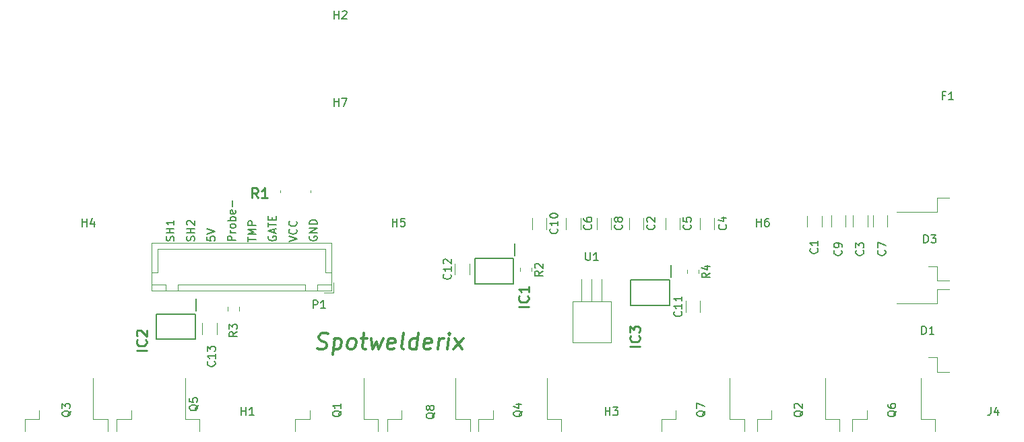
<source format=gbr>
%TF.GenerationSoftware,KiCad,Pcbnew,(5.1.9)-1*%
%TF.CreationDate,2021-01-31T20:50:21+01:00*%
%TF.ProjectId,Spotwelderix,53706f74-7765-46c6-9465-7269782e6b69,rev?*%
%TF.SameCoordinates,Original*%
%TF.FileFunction,Legend,Top*%
%TF.FilePolarity,Positive*%
%FSLAX46Y46*%
G04 Gerber Fmt 4.6, Leading zero omitted, Abs format (unit mm)*
G04 Created by KiCad (PCBNEW (5.1.9)-1) date 2021-01-31 20:50:21*
%MOMM*%
%LPD*%
G01*
G04 APERTURE LIST*
%ADD10C,0.150000*%
%ADD11C,0.300000*%
%ADD12C,0.120000*%
%ADD13C,0.200000*%
%ADD14C,0.100000*%
%ADD15C,0.254000*%
G04 APERTURE END LIST*
D10*
X113000000Y-94666666D02*
X112952380Y-94761904D01*
X112952380Y-94904762D01*
X113000000Y-95047619D01*
X113095238Y-95142857D01*
X113190476Y-95190476D01*
X113380952Y-95238095D01*
X113523809Y-95238095D01*
X113714285Y-95190476D01*
X113809523Y-95142857D01*
X113904761Y-95047619D01*
X113952380Y-94904762D01*
X113952380Y-94809523D01*
X113904761Y-94666666D01*
X113857142Y-94619047D01*
X113523809Y-94619047D01*
X113523809Y-94809523D01*
X113952380Y-94190476D02*
X112952380Y-94190476D01*
X113952380Y-93619047D01*
X112952380Y-93619047D01*
X113952380Y-93142857D02*
X112952380Y-93142857D01*
X112952380Y-92904762D01*
X113000000Y-92761904D01*
X113095238Y-92666666D01*
X113190476Y-92619047D01*
X113380952Y-92571428D01*
X113523809Y-92571428D01*
X113714285Y-92619047D01*
X113809523Y-92666666D01*
X113904761Y-92761904D01*
X113952380Y-92904762D01*
X113952380Y-93142857D01*
X110380948Y-95333333D02*
X111380948Y-95000000D01*
X110380948Y-94666666D01*
X111285710Y-93761904D02*
X111333329Y-93809523D01*
X111380948Y-93952380D01*
X111380948Y-94047619D01*
X111333329Y-94190476D01*
X111238091Y-94285714D01*
X111142853Y-94333333D01*
X110952377Y-94380952D01*
X110809520Y-94380952D01*
X110619044Y-94333333D01*
X110523806Y-94285714D01*
X110428568Y-94190476D01*
X110380948Y-94047619D01*
X110380948Y-93952380D01*
X110428568Y-93809523D01*
X110476187Y-93761904D01*
X111285710Y-92761904D02*
X111333329Y-92809523D01*
X111380948Y-92952380D01*
X111380948Y-93047619D01*
X111333329Y-93190476D01*
X111238091Y-93285714D01*
X111142853Y-93333333D01*
X110952377Y-93380952D01*
X110809520Y-93380952D01*
X110619044Y-93333333D01*
X110523806Y-93285714D01*
X110428568Y-93190476D01*
X110380948Y-93047619D01*
X110380948Y-92952380D01*
X110428568Y-92809523D01*
X110476187Y-92761904D01*
X107857140Y-94666666D02*
X107809520Y-94761904D01*
X107809520Y-94904761D01*
X107857140Y-95047618D01*
X107952378Y-95142856D01*
X108047616Y-95190475D01*
X108238092Y-95238094D01*
X108380949Y-95238094D01*
X108571425Y-95190475D01*
X108666663Y-95142856D01*
X108761901Y-95047618D01*
X108809520Y-94904761D01*
X108809520Y-94809523D01*
X108761901Y-94666666D01*
X108714282Y-94619046D01*
X108380949Y-94619046D01*
X108380949Y-94809523D01*
X108523806Y-94238094D02*
X108523806Y-93761904D01*
X108809520Y-94333332D02*
X107809520Y-93999999D01*
X108809520Y-93666666D01*
X107809520Y-93476189D02*
X107809520Y-92904761D01*
X108809520Y-93190475D02*
X107809520Y-93190475D01*
X108285711Y-92571427D02*
X108285711Y-92238094D01*
X108809520Y-92095237D02*
X108809520Y-92571427D01*
X107809520Y-92571427D01*
X107809520Y-92095237D01*
X105238092Y-95333332D02*
X105238092Y-94761904D01*
X106238092Y-95047618D02*
X105238092Y-95047618D01*
X106238092Y-94428570D02*
X105238092Y-94428570D01*
X105952378Y-94095237D01*
X105238092Y-93761904D01*
X106238092Y-93761904D01*
X106238092Y-93285713D02*
X105238092Y-93285713D01*
X105238092Y-92904761D01*
X105285712Y-92809523D01*
X105333331Y-92761904D01*
X105428569Y-92714285D01*
X105571426Y-92714285D01*
X105666664Y-92761904D01*
X105714283Y-92809523D01*
X105761902Y-92904761D01*
X105761902Y-93285713D01*
X103666664Y-95190475D02*
X102666664Y-95190475D01*
X102666664Y-94809523D01*
X102714284Y-94714285D01*
X102761903Y-94666666D01*
X102857141Y-94619046D01*
X102999998Y-94619046D01*
X103095236Y-94666666D01*
X103142855Y-94714285D01*
X103190474Y-94809523D01*
X103190474Y-95190475D01*
X103666664Y-94190475D02*
X102999998Y-94190475D01*
X103190474Y-94190475D02*
X103095236Y-94142856D01*
X103047617Y-94095237D01*
X102999998Y-93999999D01*
X102999998Y-93904761D01*
X103666664Y-93428570D02*
X103619045Y-93523808D01*
X103571426Y-93571427D01*
X103476188Y-93619046D01*
X103190474Y-93619046D01*
X103095236Y-93571427D01*
X103047617Y-93523808D01*
X102999998Y-93428570D01*
X102999998Y-93285713D01*
X103047617Y-93190475D01*
X103095236Y-93142856D01*
X103190474Y-93095237D01*
X103476188Y-93095237D01*
X103571426Y-93142856D01*
X103619045Y-93190475D01*
X103666664Y-93285713D01*
X103666664Y-93428570D01*
X103666664Y-92666666D02*
X102666664Y-92666666D01*
X103047617Y-92666666D02*
X102999998Y-92571427D01*
X102999998Y-92380951D01*
X103047617Y-92285713D01*
X103095236Y-92238094D01*
X103190474Y-92190475D01*
X103476188Y-92190475D01*
X103571426Y-92238094D01*
X103619045Y-92285713D01*
X103666664Y-92380951D01*
X103666664Y-92571427D01*
X103619045Y-92666666D01*
X103619045Y-91380951D02*
X103666664Y-91476189D01*
X103666664Y-91666666D01*
X103619045Y-91761904D01*
X103523807Y-91809523D01*
X103142855Y-91809523D01*
X103047617Y-91761904D01*
X102999998Y-91666666D01*
X102999998Y-91476189D01*
X103047617Y-91380951D01*
X103142855Y-91333332D01*
X103238093Y-91333332D01*
X103333331Y-91809523D01*
X103285712Y-90904761D02*
X103285712Y-90142856D01*
X100095236Y-94714285D02*
X100095236Y-95190475D01*
X100571427Y-95238094D01*
X100523808Y-95190475D01*
X100476189Y-95095237D01*
X100476189Y-94857142D01*
X100523808Y-94761904D01*
X100571427Y-94714285D01*
X100666665Y-94666666D01*
X100904760Y-94666666D01*
X100999998Y-94714285D01*
X101047617Y-94761904D01*
X101095236Y-94857142D01*
X101095236Y-95095237D01*
X101047617Y-95190475D01*
X100999998Y-95238094D01*
X100095236Y-94380951D02*
X101095236Y-94047618D01*
X100095236Y-93714285D01*
X98476189Y-95238095D02*
X98523808Y-95095238D01*
X98523808Y-94857142D01*
X98476189Y-94761904D01*
X98428570Y-94714285D01*
X98333332Y-94666666D01*
X98238094Y-94666666D01*
X98142856Y-94714285D01*
X98095237Y-94761904D01*
X98047618Y-94857142D01*
X97999999Y-95047619D01*
X97952380Y-95142857D01*
X97904761Y-95190476D01*
X97809523Y-95238095D01*
X97714285Y-95238095D01*
X97619047Y-95190476D01*
X97571428Y-95142857D01*
X97523808Y-95047619D01*
X97523808Y-94809523D01*
X97571428Y-94666666D01*
X98523808Y-94238095D02*
X97523808Y-94238095D01*
X97999999Y-94238095D02*
X97999999Y-93666666D01*
X98523808Y-93666666D02*
X97523808Y-93666666D01*
X97619047Y-93238095D02*
X97571428Y-93190476D01*
X97523808Y-93095238D01*
X97523808Y-92857142D01*
X97571428Y-92761904D01*
X97619047Y-92714285D01*
X97714285Y-92666666D01*
X97809523Y-92666666D01*
X97952380Y-92714285D01*
X98523808Y-93285714D01*
X98523808Y-92666666D01*
X95904761Y-95238095D02*
X95952380Y-95095238D01*
X95952380Y-94857142D01*
X95904761Y-94761904D01*
X95857142Y-94714285D01*
X95761904Y-94666666D01*
X95666666Y-94666666D01*
X95571428Y-94714285D01*
X95523809Y-94761904D01*
X95476190Y-94857142D01*
X95428571Y-95047619D01*
X95380952Y-95142857D01*
X95333333Y-95190476D01*
X95238095Y-95238095D01*
X95142857Y-95238095D01*
X95047619Y-95190476D01*
X95000000Y-95142857D01*
X94952380Y-95047619D01*
X94952380Y-94809523D01*
X95000000Y-94666666D01*
X95952380Y-94238095D02*
X94952380Y-94238095D01*
X95428571Y-94238095D02*
X95428571Y-93666666D01*
X95952380Y-93666666D02*
X94952380Y-93666666D01*
X95952380Y-92666666D02*
X95952380Y-93238095D01*
X95952380Y-92952381D02*
X94952380Y-92952381D01*
X95095238Y-93047619D01*
X95190476Y-93142857D01*
X95238095Y-93238095D01*
D11*
X113954315Y-108759523D02*
X114228125Y-108854761D01*
X114704315Y-108854761D01*
X114906696Y-108759523D01*
X115013839Y-108664285D01*
X115132886Y-108473809D01*
X115156696Y-108283333D01*
X115085267Y-108092857D01*
X115001934Y-107997619D01*
X114823363Y-107902380D01*
X114454315Y-107807142D01*
X114275744Y-107711904D01*
X114192410Y-107616666D01*
X114120982Y-107426190D01*
X114144791Y-107235714D01*
X114263839Y-107045238D01*
X114370982Y-106950000D01*
X114573363Y-106854761D01*
X115049553Y-106854761D01*
X115323363Y-106950000D01*
X116109077Y-107521428D02*
X115859077Y-109521428D01*
X116097172Y-107616666D02*
X116299553Y-107521428D01*
X116680505Y-107521428D01*
X116859077Y-107616666D01*
X116942410Y-107711904D01*
X117013839Y-107902380D01*
X116942410Y-108473809D01*
X116823363Y-108664285D01*
X116716220Y-108759523D01*
X116513839Y-108854761D01*
X116132886Y-108854761D01*
X115954315Y-108759523D01*
X118037648Y-108854761D02*
X117859077Y-108759523D01*
X117775744Y-108664285D01*
X117704315Y-108473809D01*
X117775744Y-107902380D01*
X117894791Y-107711904D01*
X118001934Y-107616666D01*
X118204315Y-107521428D01*
X118490029Y-107521428D01*
X118668601Y-107616666D01*
X118751934Y-107711904D01*
X118823363Y-107902380D01*
X118751934Y-108473809D01*
X118632886Y-108664285D01*
X118525744Y-108759523D01*
X118323363Y-108854761D01*
X118037648Y-108854761D01*
X119442410Y-107521428D02*
X120204315Y-107521428D01*
X119811458Y-106854761D02*
X119597172Y-108569047D01*
X119668601Y-108759523D01*
X119847172Y-108854761D01*
X120037648Y-108854761D01*
X120680505Y-107521428D02*
X120894791Y-108854761D01*
X121394791Y-107902380D01*
X121656696Y-108854761D01*
X122204315Y-107521428D01*
X123573363Y-108759523D02*
X123370982Y-108854761D01*
X122990029Y-108854761D01*
X122811458Y-108759523D01*
X122740029Y-108569047D01*
X122835267Y-107807142D01*
X122954315Y-107616666D01*
X123156696Y-107521428D01*
X123537648Y-107521428D01*
X123716220Y-107616666D01*
X123787648Y-107807142D01*
X123763839Y-107997619D01*
X122787648Y-108188095D01*
X124799553Y-108854761D02*
X124620982Y-108759523D01*
X124549553Y-108569047D01*
X124763839Y-106854761D01*
X126418601Y-108854761D02*
X126668601Y-106854761D01*
X126430505Y-108759523D02*
X126228125Y-108854761D01*
X125847172Y-108854761D01*
X125668601Y-108759523D01*
X125585267Y-108664285D01*
X125513839Y-108473809D01*
X125585267Y-107902380D01*
X125704315Y-107711904D01*
X125811458Y-107616666D01*
X126013839Y-107521428D01*
X126394791Y-107521428D01*
X126573363Y-107616666D01*
X128144791Y-108759523D02*
X127942410Y-108854761D01*
X127561458Y-108854761D01*
X127382886Y-108759523D01*
X127311458Y-108569047D01*
X127406696Y-107807142D01*
X127525744Y-107616666D01*
X127728125Y-107521428D01*
X128109077Y-107521428D01*
X128287648Y-107616666D01*
X128359077Y-107807142D01*
X128335267Y-107997619D01*
X127359077Y-108188095D01*
X129085267Y-108854761D02*
X129251934Y-107521428D01*
X129204315Y-107902380D02*
X129323363Y-107711904D01*
X129430505Y-107616666D01*
X129632886Y-107521428D01*
X129823363Y-107521428D01*
X130323363Y-108854761D02*
X130490029Y-107521428D01*
X130573363Y-106854761D02*
X130466220Y-106950000D01*
X130549553Y-107045238D01*
X130656696Y-106950000D01*
X130573363Y-106854761D01*
X130549553Y-107045238D01*
X131085267Y-108854761D02*
X132299553Y-107521428D01*
X131251934Y-107521428D02*
X132132886Y-108854761D01*
D12*
%TO.C,C13*%
X101330000Y-107006252D02*
X101330000Y-105583748D01*
X99510000Y-107006252D02*
X99510000Y-105583748D01*
%TO.C,C12*%
X133080000Y-99506252D02*
X133080000Y-98083748D01*
X131260000Y-99506252D02*
X131260000Y-98083748D01*
%TO.C,C11*%
X162080000Y-104206252D02*
X162080000Y-102783748D01*
X160260000Y-104206252D02*
X160260000Y-102783748D01*
%TO.C,R4*%
X160435000Y-98880436D02*
X160435000Y-99334564D01*
X161905000Y-98880436D02*
X161905000Y-99334564D01*
%TO.C,R3*%
X102685000Y-103542936D02*
X102685000Y-103997064D01*
X104155000Y-103542936D02*
X104155000Y-103997064D01*
%TO.C,R2*%
X139435000Y-98630436D02*
X139435000Y-99084564D01*
X140905000Y-98630436D02*
X140905000Y-99084564D01*
D13*
%TO.C,IC3*%
X158385000Y-98257000D02*
X158385000Y-99782000D01*
X153355000Y-100132000D02*
X158255000Y-100132000D01*
X153355000Y-103332000D02*
X153355000Y-100132000D01*
X158255000Y-103332000D02*
X153355000Y-103332000D01*
X158255000Y-100132000D02*
X158255000Y-103332000D01*
%TO.C,IC2*%
X98750000Y-102545000D02*
X98750000Y-104070000D01*
X93720000Y-104420000D02*
X98620000Y-104420000D01*
X93720000Y-107620000D02*
X93720000Y-104420000D01*
X98620000Y-107620000D02*
X93720000Y-107620000D01*
X98620000Y-104420000D02*
X98620000Y-107620000D01*
D12*
%TO.C,Q8*%
X124555000Y-117662000D02*
X124555000Y-116562000D01*
X122745000Y-117662000D02*
X124555000Y-117662000D01*
X122745000Y-119162000D02*
X122745000Y-117662000D01*
X131335000Y-117662000D02*
X131335000Y-112537000D01*
X133145000Y-117662000D02*
X131335000Y-117662000D01*
X133145000Y-119162000D02*
X133145000Y-117662000D01*
%TO.C,Q7*%
X159005000Y-117662000D02*
X159005000Y-116562000D01*
X157195000Y-117662000D02*
X159005000Y-117662000D01*
X157195000Y-119162000D02*
X157195000Y-117662000D01*
X165785000Y-117662000D02*
X165785000Y-112537000D01*
X167595000Y-117662000D02*
X165785000Y-117662000D01*
X167595000Y-119162000D02*
X167595000Y-117662000D01*
%TO.C,Q6*%
X183005000Y-117662000D02*
X183005000Y-116562000D01*
X181195000Y-117662000D02*
X183005000Y-117662000D01*
X181195000Y-119162000D02*
X181195000Y-117662000D01*
X189785000Y-117662000D02*
X189785000Y-112537000D01*
X191595000Y-117662000D02*
X189785000Y-117662000D01*
X191595000Y-119162000D02*
X191595000Y-117662000D01*
%TO.C,Q5*%
X90555000Y-117662000D02*
X90555000Y-116562000D01*
X88745000Y-117662000D02*
X90555000Y-117662000D01*
X88745000Y-119162000D02*
X88745000Y-117662000D01*
X97335000Y-117662000D02*
X97335000Y-112537000D01*
X99145000Y-117662000D02*
X97335000Y-117662000D01*
X99145000Y-119162000D02*
X99145000Y-117662000D01*
%TO.C,Q4*%
X136005000Y-117662000D02*
X136005000Y-116562000D01*
X134195000Y-117662000D02*
X136005000Y-117662000D01*
X134195000Y-119162000D02*
X134195000Y-117662000D01*
X142785000Y-117662000D02*
X142785000Y-112537000D01*
X144595000Y-117662000D02*
X142785000Y-117662000D01*
X144595000Y-119162000D02*
X144595000Y-117662000D01*
%TO.C,Q3*%
X79005000Y-117662000D02*
X79005000Y-116562000D01*
X77195000Y-117662000D02*
X79005000Y-117662000D01*
X77195000Y-119162000D02*
X77195000Y-117662000D01*
X85785000Y-117662000D02*
X85785000Y-112537000D01*
X87595000Y-117662000D02*
X85785000Y-117662000D01*
X87595000Y-119162000D02*
X87595000Y-117662000D01*
%TO.C,Q2*%
X171005000Y-117662000D02*
X171005000Y-116562000D01*
X169195000Y-117662000D02*
X171005000Y-117662000D01*
X169195000Y-119162000D02*
X169195000Y-117662000D01*
X177785000Y-117662000D02*
X177785000Y-112537000D01*
X179595000Y-117662000D02*
X177785000Y-117662000D01*
X179595000Y-119162000D02*
X179595000Y-117662000D01*
%TO.C,Q1*%
X113005000Y-117662000D02*
X113005000Y-116562000D01*
X111195000Y-117662000D02*
X113005000Y-117662000D01*
X111195000Y-119162000D02*
X111195000Y-117662000D01*
X119785000Y-117662000D02*
X119785000Y-112537000D01*
X121595000Y-117662000D02*
X119785000Y-117662000D01*
X121595000Y-119162000D02*
X121595000Y-117662000D01*
%TO.C,C1*%
X175510000Y-92058748D02*
X175510000Y-93481252D01*
X177330000Y-92058748D02*
X177330000Y-93481252D01*
%TO.C,C2*%
X154964000Y-92333748D02*
X154964000Y-93756252D01*
X153144000Y-92333748D02*
X153144000Y-93756252D01*
%TO.C,C3*%
X181260000Y-92033748D02*
X181260000Y-93456252D01*
X183080000Y-92033748D02*
X183080000Y-93456252D01*
%TO.C,C4*%
X163830000Y-92333748D02*
X163830000Y-93756252D01*
X162010000Y-92333748D02*
X162010000Y-93756252D01*
%TO.C,C5*%
X157716000Y-92333748D02*
X157716000Y-93756252D01*
X159536000Y-92333748D02*
X159536000Y-93756252D01*
%TO.C,C6*%
X147030999Y-92333748D02*
X147030999Y-93756252D01*
X145210999Y-92333748D02*
X145210999Y-93756252D01*
%TO.C,C7*%
X183760000Y-92033748D02*
X183760000Y-93456252D01*
X185580000Y-92033748D02*
X185580000Y-93456252D01*
%TO.C,C8*%
X150900000Y-92333748D02*
X150900000Y-93756252D01*
X149080000Y-92333748D02*
X149080000Y-93756252D01*
%TO.C,C9*%
X178510000Y-92033748D02*
X178510000Y-93456252D01*
X180330000Y-92033748D02*
X180330000Y-93456252D01*
%TO.C,C10*%
X142772000Y-92333748D02*
X142772000Y-93756252D01*
X140952000Y-92333748D02*
X140952000Y-93756252D01*
%TO.C,D1*%
X193345000Y-101320000D02*
X191845000Y-101320000D01*
X191845000Y-101320000D02*
X191845000Y-103130000D01*
X191845000Y-103130000D02*
X186720000Y-103130000D01*
X193345000Y-111720000D02*
X191845000Y-111720000D01*
X191845000Y-111720000D02*
X191845000Y-109910000D01*
X191845000Y-109910000D02*
X190745000Y-109910000D01*
%TO.C,D3*%
X193368000Y-89820000D02*
X191868000Y-89820000D01*
X191868000Y-89820000D02*
X191868000Y-91630000D01*
X191868000Y-91630000D02*
X186743000Y-91630000D01*
X193368000Y-100220000D02*
X191868000Y-100220000D01*
X191868000Y-100220000D02*
X191868000Y-98410000D01*
X191868000Y-98410000D02*
X190768000Y-98410000D01*
D13*
%TO.C,IC1*%
X138620000Y-97420000D02*
X138620000Y-100620000D01*
X138620000Y-100620000D02*
X133720000Y-100620000D01*
X133720000Y-100620000D02*
X133720000Y-97420000D01*
X133720000Y-97420000D02*
X138620000Y-97420000D01*
X138750000Y-95545000D02*
X138750000Y-97070000D01*
D12*
%TO.C,P1*%
X116020000Y-101770000D02*
X116020000Y-100520000D01*
X114770000Y-101770000D02*
X116020000Y-101770000D01*
X93870000Y-96270000D02*
X104420000Y-96270000D01*
X93870000Y-99220000D02*
X93870000Y-96270000D01*
X93120000Y-99220000D02*
X93870000Y-99220000D01*
X114970000Y-96270000D02*
X104420000Y-96270000D01*
X114970000Y-99220000D02*
X114970000Y-96270000D01*
X115720000Y-99220000D02*
X114970000Y-99220000D01*
X93120000Y-101470000D02*
X94920000Y-101470000D01*
X93120000Y-100720000D02*
X93120000Y-101470000D01*
X94920000Y-100720000D02*
X93120000Y-100720000D01*
X94920000Y-101470000D02*
X94920000Y-100720000D01*
X113920000Y-101470000D02*
X115720000Y-101470000D01*
X113920000Y-100720000D02*
X113920000Y-101470000D01*
X115720000Y-100720000D02*
X113920000Y-100720000D01*
X115720000Y-101470000D02*
X115720000Y-100720000D01*
X96420000Y-101470000D02*
X112420000Y-101470000D01*
X96420000Y-100720000D02*
X96420000Y-101470000D01*
X112420000Y-100720000D02*
X96420000Y-100720000D01*
X112420000Y-101470000D02*
X112420000Y-100720000D01*
X93110000Y-101480000D02*
X115730000Y-101480000D01*
X93110000Y-95510000D02*
X93110000Y-101480000D01*
X115730000Y-95510000D02*
X93110000Y-95510000D01*
X115730000Y-101480000D02*
X115730000Y-95510000D01*
D14*
%TO.C,R1*%
X109270000Y-89120000D02*
X109270000Y-88920000D01*
X113075000Y-89120000D02*
X113075000Y-88920000D01*
D12*
%TO.C,U1*%
X147170000Y-100040000D02*
X147170000Y-102830000D01*
X148440000Y-100040000D02*
X148440000Y-102830000D01*
X149710000Y-100040000D02*
X149710000Y-102830000D01*
X146040000Y-102830000D02*
X150840000Y-102830000D01*
X150840000Y-102830000D02*
X150840000Y-108020000D01*
X150840000Y-108020000D02*
X146040000Y-108020000D01*
X146040000Y-108020000D02*
X146040000Y-102830000D01*
%TO.C,C13*%
D10*
X101027142Y-110412857D02*
X101074761Y-110460476D01*
X101122380Y-110603333D01*
X101122380Y-110698571D01*
X101074761Y-110841428D01*
X100979523Y-110936666D01*
X100884285Y-110984285D01*
X100693809Y-111031904D01*
X100550952Y-111031904D01*
X100360476Y-110984285D01*
X100265238Y-110936666D01*
X100170000Y-110841428D01*
X100122380Y-110698571D01*
X100122380Y-110603333D01*
X100170000Y-110460476D01*
X100217619Y-110412857D01*
X101122380Y-109460476D02*
X101122380Y-110031904D01*
X101122380Y-109746190D02*
X100122380Y-109746190D01*
X100265238Y-109841428D01*
X100360476Y-109936666D01*
X100408095Y-110031904D01*
X100122380Y-109127142D02*
X100122380Y-108508095D01*
X100503333Y-108841428D01*
X100503333Y-108698571D01*
X100550952Y-108603333D01*
X100598571Y-108555714D01*
X100693809Y-108508095D01*
X100931904Y-108508095D01*
X101027142Y-108555714D01*
X101074761Y-108603333D01*
X101122380Y-108698571D01*
X101122380Y-108984285D01*
X101074761Y-109079523D01*
X101027142Y-109127142D01*
%TO.C,C12*%
X130677142Y-99437857D02*
X130724761Y-99485476D01*
X130772380Y-99628333D01*
X130772380Y-99723571D01*
X130724761Y-99866428D01*
X130629523Y-99961666D01*
X130534285Y-100009285D01*
X130343809Y-100056904D01*
X130200952Y-100056904D01*
X130010476Y-100009285D01*
X129915238Y-99961666D01*
X129820000Y-99866428D01*
X129772380Y-99723571D01*
X129772380Y-99628333D01*
X129820000Y-99485476D01*
X129867619Y-99437857D01*
X130772380Y-98485476D02*
X130772380Y-99056904D01*
X130772380Y-98771190D02*
X129772380Y-98771190D01*
X129915238Y-98866428D01*
X130010476Y-98961666D01*
X130058095Y-99056904D01*
X129867619Y-98104523D02*
X129820000Y-98056904D01*
X129772380Y-97961666D01*
X129772380Y-97723571D01*
X129820000Y-97628333D01*
X129867619Y-97580714D01*
X129962857Y-97533095D01*
X130058095Y-97533095D01*
X130200952Y-97580714D01*
X130772380Y-98152142D01*
X130772380Y-97533095D01*
%TO.C,C11*%
X159677142Y-104137857D02*
X159724761Y-104185476D01*
X159772380Y-104328333D01*
X159772380Y-104423571D01*
X159724761Y-104566428D01*
X159629523Y-104661666D01*
X159534285Y-104709285D01*
X159343809Y-104756904D01*
X159200952Y-104756904D01*
X159010476Y-104709285D01*
X158915238Y-104661666D01*
X158820000Y-104566428D01*
X158772380Y-104423571D01*
X158772380Y-104328333D01*
X158820000Y-104185476D01*
X158867619Y-104137857D01*
X159772380Y-103185476D02*
X159772380Y-103756904D01*
X159772380Y-103471190D02*
X158772380Y-103471190D01*
X158915238Y-103566428D01*
X159010476Y-103661666D01*
X159058095Y-103756904D01*
X159772380Y-102233095D02*
X159772380Y-102804523D01*
X159772380Y-102518809D02*
X158772380Y-102518809D01*
X158915238Y-102614047D01*
X159010476Y-102709285D01*
X159058095Y-102804523D01*
%TO.C,R4*%
X163272380Y-99274166D02*
X162796190Y-99607500D01*
X163272380Y-99845595D02*
X162272380Y-99845595D01*
X162272380Y-99464642D01*
X162320000Y-99369404D01*
X162367619Y-99321785D01*
X162462857Y-99274166D01*
X162605714Y-99274166D01*
X162700952Y-99321785D01*
X162748571Y-99369404D01*
X162796190Y-99464642D01*
X162796190Y-99845595D01*
X162605714Y-98417023D02*
X163272380Y-98417023D01*
X162224761Y-98655119D02*
X162939047Y-98893214D01*
X162939047Y-98274166D01*
%TO.C,R3*%
X103872380Y-106686666D02*
X103396190Y-107020000D01*
X103872380Y-107258095D02*
X102872380Y-107258095D01*
X102872380Y-106877142D01*
X102920000Y-106781904D01*
X102967619Y-106734285D01*
X103062857Y-106686666D01*
X103205714Y-106686666D01*
X103300952Y-106734285D01*
X103348571Y-106781904D01*
X103396190Y-106877142D01*
X103396190Y-107258095D01*
X102872380Y-106353333D02*
X102872380Y-105734285D01*
X103253333Y-106067619D01*
X103253333Y-105924761D01*
X103300952Y-105829523D01*
X103348571Y-105781904D01*
X103443809Y-105734285D01*
X103681904Y-105734285D01*
X103777142Y-105781904D01*
X103824761Y-105829523D01*
X103872380Y-105924761D01*
X103872380Y-106210476D01*
X103824761Y-106305714D01*
X103777142Y-106353333D01*
%TO.C,R2*%
X142272380Y-99024166D02*
X141796190Y-99357500D01*
X142272380Y-99595595D02*
X141272380Y-99595595D01*
X141272380Y-99214642D01*
X141320000Y-99119404D01*
X141367619Y-99071785D01*
X141462857Y-99024166D01*
X141605714Y-99024166D01*
X141700952Y-99071785D01*
X141748571Y-99119404D01*
X141796190Y-99214642D01*
X141796190Y-99595595D01*
X141367619Y-98643214D02*
X141320000Y-98595595D01*
X141272380Y-98500357D01*
X141272380Y-98262261D01*
X141320000Y-98167023D01*
X141367619Y-98119404D01*
X141462857Y-98071785D01*
X141558095Y-98071785D01*
X141700952Y-98119404D01*
X142272380Y-98690833D01*
X142272380Y-98071785D01*
%TO.C,IC3*%
D15*
X154494523Y-108509761D02*
X153224523Y-108509761D01*
X154373571Y-107179285D02*
X154434047Y-107239761D01*
X154494523Y-107421190D01*
X154494523Y-107542142D01*
X154434047Y-107723571D01*
X154313095Y-107844523D01*
X154192142Y-107905000D01*
X153950238Y-107965476D01*
X153768809Y-107965476D01*
X153526904Y-107905000D01*
X153405952Y-107844523D01*
X153285000Y-107723571D01*
X153224523Y-107542142D01*
X153224523Y-107421190D01*
X153285000Y-107239761D01*
X153345476Y-107179285D01*
X153224523Y-106755952D02*
X153224523Y-105969761D01*
X153708333Y-106393095D01*
X153708333Y-106211666D01*
X153768809Y-106090714D01*
X153829285Y-106030238D01*
X153950238Y-105969761D01*
X154252619Y-105969761D01*
X154373571Y-106030238D01*
X154434047Y-106090714D01*
X154494523Y-106211666D01*
X154494523Y-106574523D01*
X154434047Y-106695476D01*
X154373571Y-106755952D01*
%TO.C,IC2*%
X92494523Y-109009761D02*
X91224523Y-109009761D01*
X92373571Y-107679285D02*
X92434047Y-107739761D01*
X92494523Y-107921190D01*
X92494523Y-108042142D01*
X92434047Y-108223571D01*
X92313095Y-108344523D01*
X92192142Y-108405000D01*
X91950238Y-108465476D01*
X91768809Y-108465476D01*
X91526904Y-108405000D01*
X91405952Y-108344523D01*
X91285000Y-108223571D01*
X91224523Y-108042142D01*
X91224523Y-107921190D01*
X91285000Y-107739761D01*
X91345476Y-107679285D01*
X91345476Y-107195476D02*
X91285000Y-107135000D01*
X91224523Y-107014047D01*
X91224523Y-106711666D01*
X91285000Y-106590714D01*
X91345476Y-106530238D01*
X91466428Y-106469761D01*
X91587380Y-106469761D01*
X91768809Y-106530238D01*
X92494523Y-107255952D01*
X92494523Y-106469761D01*
%TO.C,H7*%
D10*
X116078095Y-78272380D02*
X116078095Y-77272380D01*
X116078095Y-77748571D02*
X116649523Y-77748571D01*
X116649523Y-78272380D02*
X116649523Y-77272380D01*
X117030476Y-77272380D02*
X117697142Y-77272380D01*
X117268571Y-78272380D01*
%TO.C,H2*%
X116078095Y-67272380D02*
X116078095Y-66272380D01*
X116078095Y-66748571D02*
X116649523Y-66748571D01*
X116649523Y-67272380D02*
X116649523Y-66272380D01*
X117078095Y-66367619D02*
X117125714Y-66320000D01*
X117220952Y-66272380D01*
X117459047Y-66272380D01*
X117554285Y-66320000D01*
X117601904Y-66367619D01*
X117649523Y-66462857D01*
X117649523Y-66558095D01*
X117601904Y-66700952D01*
X117030476Y-67272380D01*
X117649523Y-67272380D01*
%TO.C,H6*%
X169158095Y-93422380D02*
X169158095Y-92422380D01*
X169158095Y-92898571D02*
X169729523Y-92898571D01*
X169729523Y-93422380D02*
X169729523Y-92422380D01*
X170634285Y-92422380D02*
X170443809Y-92422380D01*
X170348571Y-92470000D01*
X170300952Y-92517619D01*
X170205714Y-92660476D01*
X170158095Y-92850952D01*
X170158095Y-93231904D01*
X170205714Y-93327142D01*
X170253333Y-93374761D01*
X170348571Y-93422380D01*
X170539047Y-93422380D01*
X170634285Y-93374761D01*
X170681904Y-93327142D01*
X170729523Y-93231904D01*
X170729523Y-92993809D01*
X170681904Y-92898571D01*
X170634285Y-92850952D01*
X170539047Y-92803333D01*
X170348571Y-92803333D01*
X170253333Y-92850952D01*
X170205714Y-92898571D01*
X170158095Y-92993809D01*
%TO.C,H5*%
X123408095Y-93422380D02*
X123408095Y-92422380D01*
X123408095Y-92898571D02*
X123979523Y-92898571D01*
X123979523Y-93422380D02*
X123979523Y-92422380D01*
X124931904Y-92422380D02*
X124455714Y-92422380D01*
X124408095Y-92898571D01*
X124455714Y-92850952D01*
X124550952Y-92803333D01*
X124789047Y-92803333D01*
X124884285Y-92850952D01*
X124931904Y-92898571D01*
X124979523Y-92993809D01*
X124979523Y-93231904D01*
X124931904Y-93327142D01*
X124884285Y-93374761D01*
X124789047Y-93422380D01*
X124550952Y-93422380D01*
X124455714Y-93374761D01*
X124408095Y-93327142D01*
%TO.C,H4*%
X84408095Y-93422380D02*
X84408095Y-92422380D01*
X84408095Y-92898571D02*
X84979523Y-92898571D01*
X84979523Y-93422380D02*
X84979523Y-92422380D01*
X85884285Y-92755714D02*
X85884285Y-93422380D01*
X85646190Y-92374761D02*
X85408095Y-93089047D01*
X86027142Y-93089047D01*
%TO.C,H3*%
X150158095Y-117172380D02*
X150158095Y-116172380D01*
X150158095Y-116648571D02*
X150729523Y-116648571D01*
X150729523Y-117172380D02*
X150729523Y-116172380D01*
X151110476Y-116172380D02*
X151729523Y-116172380D01*
X151396190Y-116553333D01*
X151539047Y-116553333D01*
X151634285Y-116600952D01*
X151681904Y-116648571D01*
X151729523Y-116743809D01*
X151729523Y-116981904D01*
X151681904Y-117077142D01*
X151634285Y-117124761D01*
X151539047Y-117172380D01*
X151253333Y-117172380D01*
X151158095Y-117124761D01*
X151110476Y-117077142D01*
%TO.C,H1*%
X104408095Y-117172380D02*
X104408095Y-116172380D01*
X104408095Y-116648571D02*
X104979523Y-116648571D01*
X104979523Y-117172380D02*
X104979523Y-116172380D01*
X105979523Y-117172380D02*
X105408095Y-117172380D01*
X105693809Y-117172380D02*
X105693809Y-116172380D01*
X105598571Y-116315238D01*
X105503333Y-116410476D01*
X105408095Y-116458095D01*
%TO.C,Q8*%
X128717619Y-116865238D02*
X128670000Y-116960476D01*
X128574761Y-117055714D01*
X128431904Y-117198571D01*
X128384285Y-117293809D01*
X128384285Y-117389047D01*
X128622380Y-117341428D02*
X128574761Y-117436666D01*
X128479523Y-117531904D01*
X128289047Y-117579523D01*
X127955714Y-117579523D01*
X127765238Y-117531904D01*
X127670000Y-117436666D01*
X127622380Y-117341428D01*
X127622380Y-117150952D01*
X127670000Y-117055714D01*
X127765238Y-116960476D01*
X127955714Y-116912857D01*
X128289047Y-116912857D01*
X128479523Y-116960476D01*
X128574761Y-117055714D01*
X128622380Y-117150952D01*
X128622380Y-117341428D01*
X128050952Y-116341428D02*
X128003333Y-116436666D01*
X127955714Y-116484285D01*
X127860476Y-116531904D01*
X127812857Y-116531904D01*
X127717619Y-116484285D01*
X127670000Y-116436666D01*
X127622380Y-116341428D01*
X127622380Y-116150952D01*
X127670000Y-116055714D01*
X127717619Y-116008095D01*
X127812857Y-115960476D01*
X127860476Y-115960476D01*
X127955714Y-116008095D01*
X128003333Y-116055714D01*
X128050952Y-116150952D01*
X128050952Y-116341428D01*
X128098571Y-116436666D01*
X128146190Y-116484285D01*
X128241428Y-116531904D01*
X128431904Y-116531904D01*
X128527142Y-116484285D01*
X128574761Y-116436666D01*
X128622380Y-116341428D01*
X128622380Y-116150952D01*
X128574761Y-116055714D01*
X128527142Y-116008095D01*
X128431904Y-115960476D01*
X128241428Y-115960476D01*
X128146190Y-116008095D01*
X128098571Y-116055714D01*
X128050952Y-116150952D01*
%TO.C,Q7*%
X162717619Y-116615238D02*
X162670000Y-116710476D01*
X162574761Y-116805714D01*
X162431904Y-116948571D01*
X162384285Y-117043809D01*
X162384285Y-117139047D01*
X162622380Y-117091428D02*
X162574761Y-117186666D01*
X162479523Y-117281904D01*
X162289047Y-117329523D01*
X161955714Y-117329523D01*
X161765238Y-117281904D01*
X161670000Y-117186666D01*
X161622380Y-117091428D01*
X161622380Y-116900952D01*
X161670000Y-116805714D01*
X161765238Y-116710476D01*
X161955714Y-116662857D01*
X162289047Y-116662857D01*
X162479523Y-116710476D01*
X162574761Y-116805714D01*
X162622380Y-116900952D01*
X162622380Y-117091428D01*
X161622380Y-116329523D02*
X161622380Y-115662857D01*
X162622380Y-116091428D01*
%TO.C,Q6*%
X186717619Y-116615238D02*
X186670000Y-116710476D01*
X186574761Y-116805714D01*
X186431904Y-116948571D01*
X186384285Y-117043809D01*
X186384285Y-117139047D01*
X186622380Y-117091428D02*
X186574761Y-117186666D01*
X186479523Y-117281904D01*
X186289047Y-117329523D01*
X185955714Y-117329523D01*
X185765238Y-117281904D01*
X185670000Y-117186666D01*
X185622380Y-117091428D01*
X185622380Y-116900952D01*
X185670000Y-116805714D01*
X185765238Y-116710476D01*
X185955714Y-116662857D01*
X186289047Y-116662857D01*
X186479523Y-116710476D01*
X186574761Y-116805714D01*
X186622380Y-116900952D01*
X186622380Y-117091428D01*
X185622380Y-115805714D02*
X185622380Y-115996190D01*
X185670000Y-116091428D01*
X185717619Y-116139047D01*
X185860476Y-116234285D01*
X186050952Y-116281904D01*
X186431904Y-116281904D01*
X186527142Y-116234285D01*
X186574761Y-116186666D01*
X186622380Y-116091428D01*
X186622380Y-115900952D01*
X186574761Y-115805714D01*
X186527142Y-115758095D01*
X186431904Y-115710476D01*
X186193809Y-115710476D01*
X186098571Y-115758095D01*
X186050952Y-115805714D01*
X186003333Y-115900952D01*
X186003333Y-116091428D01*
X186050952Y-116186666D01*
X186098571Y-116234285D01*
X186193809Y-116281904D01*
%TO.C,Q5*%
X98967619Y-115865238D02*
X98920000Y-115960476D01*
X98824761Y-116055714D01*
X98681904Y-116198571D01*
X98634285Y-116293809D01*
X98634285Y-116389047D01*
X98872380Y-116341428D02*
X98824761Y-116436666D01*
X98729523Y-116531904D01*
X98539047Y-116579523D01*
X98205714Y-116579523D01*
X98015238Y-116531904D01*
X97920000Y-116436666D01*
X97872380Y-116341428D01*
X97872380Y-116150952D01*
X97920000Y-116055714D01*
X98015238Y-115960476D01*
X98205714Y-115912857D01*
X98539047Y-115912857D01*
X98729523Y-115960476D01*
X98824761Y-116055714D01*
X98872380Y-116150952D01*
X98872380Y-116341428D01*
X97872380Y-115008095D02*
X97872380Y-115484285D01*
X98348571Y-115531904D01*
X98300952Y-115484285D01*
X98253333Y-115389047D01*
X98253333Y-115150952D01*
X98300952Y-115055714D01*
X98348571Y-115008095D01*
X98443809Y-114960476D01*
X98681904Y-114960476D01*
X98777142Y-115008095D01*
X98824761Y-115055714D01*
X98872380Y-115150952D01*
X98872380Y-115389047D01*
X98824761Y-115484285D01*
X98777142Y-115531904D01*
%TO.C,Q4*%
X139717619Y-116615238D02*
X139670000Y-116710476D01*
X139574761Y-116805714D01*
X139431904Y-116948571D01*
X139384285Y-117043809D01*
X139384285Y-117139047D01*
X139622380Y-117091428D02*
X139574761Y-117186666D01*
X139479523Y-117281904D01*
X139289047Y-117329523D01*
X138955714Y-117329523D01*
X138765238Y-117281904D01*
X138670000Y-117186666D01*
X138622380Y-117091428D01*
X138622380Y-116900952D01*
X138670000Y-116805714D01*
X138765238Y-116710476D01*
X138955714Y-116662857D01*
X139289047Y-116662857D01*
X139479523Y-116710476D01*
X139574761Y-116805714D01*
X139622380Y-116900952D01*
X139622380Y-117091428D01*
X138955714Y-115805714D02*
X139622380Y-115805714D01*
X138574761Y-116043809D02*
X139289047Y-116281904D01*
X139289047Y-115662857D01*
%TO.C,Q3*%
X82967619Y-116615238D02*
X82920000Y-116710476D01*
X82824761Y-116805714D01*
X82681904Y-116948571D01*
X82634285Y-117043809D01*
X82634285Y-117139047D01*
X82872380Y-117091428D02*
X82824761Y-117186666D01*
X82729523Y-117281904D01*
X82539047Y-117329523D01*
X82205714Y-117329523D01*
X82015238Y-117281904D01*
X81920000Y-117186666D01*
X81872380Y-117091428D01*
X81872380Y-116900952D01*
X81920000Y-116805714D01*
X82015238Y-116710476D01*
X82205714Y-116662857D01*
X82539047Y-116662857D01*
X82729523Y-116710476D01*
X82824761Y-116805714D01*
X82872380Y-116900952D01*
X82872380Y-117091428D01*
X81872380Y-116329523D02*
X81872380Y-115710476D01*
X82253333Y-116043809D01*
X82253333Y-115900952D01*
X82300952Y-115805714D01*
X82348571Y-115758095D01*
X82443809Y-115710476D01*
X82681904Y-115710476D01*
X82777142Y-115758095D01*
X82824761Y-115805714D01*
X82872380Y-115900952D01*
X82872380Y-116186666D01*
X82824761Y-116281904D01*
X82777142Y-116329523D01*
%TO.C,Q2*%
X174967619Y-116615238D02*
X174920000Y-116710476D01*
X174824761Y-116805714D01*
X174681904Y-116948571D01*
X174634285Y-117043809D01*
X174634285Y-117139047D01*
X174872380Y-117091428D02*
X174824761Y-117186666D01*
X174729523Y-117281904D01*
X174539047Y-117329523D01*
X174205714Y-117329523D01*
X174015238Y-117281904D01*
X173920000Y-117186666D01*
X173872380Y-117091428D01*
X173872380Y-116900952D01*
X173920000Y-116805714D01*
X174015238Y-116710476D01*
X174205714Y-116662857D01*
X174539047Y-116662857D01*
X174729523Y-116710476D01*
X174824761Y-116805714D01*
X174872380Y-116900952D01*
X174872380Y-117091428D01*
X173967619Y-116281904D02*
X173920000Y-116234285D01*
X173872380Y-116139047D01*
X173872380Y-115900952D01*
X173920000Y-115805714D01*
X173967619Y-115758095D01*
X174062857Y-115710476D01*
X174158095Y-115710476D01*
X174300952Y-115758095D01*
X174872380Y-116329523D01*
X174872380Y-115710476D01*
%TO.C,Q1*%
X116967619Y-116615238D02*
X116920000Y-116710476D01*
X116824761Y-116805714D01*
X116681904Y-116948571D01*
X116634285Y-117043809D01*
X116634285Y-117139047D01*
X116872380Y-117091428D02*
X116824761Y-117186666D01*
X116729523Y-117281904D01*
X116539047Y-117329523D01*
X116205714Y-117329523D01*
X116015238Y-117281904D01*
X115920000Y-117186666D01*
X115872380Y-117091428D01*
X115872380Y-116900952D01*
X115920000Y-116805714D01*
X116015238Y-116710476D01*
X116205714Y-116662857D01*
X116539047Y-116662857D01*
X116729523Y-116710476D01*
X116824761Y-116805714D01*
X116872380Y-116900952D01*
X116872380Y-117091428D01*
X116872380Y-115710476D02*
X116872380Y-116281904D01*
X116872380Y-115996190D02*
X115872380Y-115996190D01*
X116015238Y-116091428D01*
X116110476Y-116186666D01*
X116158095Y-116281904D01*
%TO.C,C1*%
X176777142Y-96186666D02*
X176824761Y-96234285D01*
X176872380Y-96377142D01*
X176872380Y-96472380D01*
X176824761Y-96615238D01*
X176729523Y-96710476D01*
X176634285Y-96758095D01*
X176443809Y-96805714D01*
X176300952Y-96805714D01*
X176110476Y-96758095D01*
X176015238Y-96710476D01*
X175920000Y-96615238D01*
X175872380Y-96472380D01*
X175872380Y-96377142D01*
X175920000Y-96234285D01*
X175967619Y-96186666D01*
X176872380Y-95234285D02*
X176872380Y-95805714D01*
X176872380Y-95520000D02*
X175872380Y-95520000D01*
X176015238Y-95615238D01*
X176110476Y-95710476D01*
X176158095Y-95805714D01*
%TO.C,C2*%
X156261142Y-93211666D02*
X156308761Y-93259285D01*
X156356380Y-93402142D01*
X156356380Y-93497380D01*
X156308761Y-93640238D01*
X156213523Y-93735476D01*
X156118285Y-93783095D01*
X155927809Y-93830714D01*
X155784952Y-93830714D01*
X155594476Y-93783095D01*
X155499238Y-93735476D01*
X155404000Y-93640238D01*
X155356380Y-93497380D01*
X155356380Y-93402142D01*
X155404000Y-93259285D01*
X155451619Y-93211666D01*
X155451619Y-92830714D02*
X155404000Y-92783095D01*
X155356380Y-92687857D01*
X155356380Y-92449761D01*
X155404000Y-92354523D01*
X155451619Y-92306904D01*
X155546857Y-92259285D01*
X155642095Y-92259285D01*
X155784952Y-92306904D01*
X156356380Y-92878333D01*
X156356380Y-92259285D01*
%TO.C,C3*%
X182527142Y-96436666D02*
X182574761Y-96484285D01*
X182622380Y-96627142D01*
X182622380Y-96722380D01*
X182574761Y-96865238D01*
X182479523Y-96960476D01*
X182384285Y-97008095D01*
X182193809Y-97055714D01*
X182050952Y-97055714D01*
X181860476Y-97008095D01*
X181765238Y-96960476D01*
X181670000Y-96865238D01*
X181622380Y-96722380D01*
X181622380Y-96627142D01*
X181670000Y-96484285D01*
X181717619Y-96436666D01*
X181622380Y-96103333D02*
X181622380Y-95484285D01*
X182003333Y-95817619D01*
X182003333Y-95674761D01*
X182050952Y-95579523D01*
X182098571Y-95531904D01*
X182193809Y-95484285D01*
X182431904Y-95484285D01*
X182527142Y-95531904D01*
X182574761Y-95579523D01*
X182622380Y-95674761D01*
X182622380Y-95960476D01*
X182574761Y-96055714D01*
X182527142Y-96103333D01*
%TO.C,C4*%
X165277142Y-93186666D02*
X165324761Y-93234285D01*
X165372380Y-93377142D01*
X165372380Y-93472380D01*
X165324761Y-93615238D01*
X165229523Y-93710476D01*
X165134285Y-93758095D01*
X164943809Y-93805714D01*
X164800952Y-93805714D01*
X164610476Y-93758095D01*
X164515238Y-93710476D01*
X164420000Y-93615238D01*
X164372380Y-93472380D01*
X164372380Y-93377142D01*
X164420000Y-93234285D01*
X164467619Y-93186666D01*
X164705714Y-92329523D02*
X165372380Y-92329523D01*
X164324761Y-92567619D02*
X165039047Y-92805714D01*
X165039047Y-92186666D01*
%TO.C,C5*%
X160833142Y-93211666D02*
X160880761Y-93259285D01*
X160928380Y-93402142D01*
X160928380Y-93497380D01*
X160880761Y-93640238D01*
X160785523Y-93735476D01*
X160690285Y-93783095D01*
X160499809Y-93830714D01*
X160356952Y-93830714D01*
X160166476Y-93783095D01*
X160071238Y-93735476D01*
X159976000Y-93640238D01*
X159928380Y-93497380D01*
X159928380Y-93402142D01*
X159976000Y-93259285D01*
X160023619Y-93211666D01*
X159928380Y-92306904D02*
X159928380Y-92783095D01*
X160404571Y-92830714D01*
X160356952Y-92783095D01*
X160309333Y-92687857D01*
X160309333Y-92449761D01*
X160356952Y-92354523D01*
X160404571Y-92306904D01*
X160499809Y-92259285D01*
X160737904Y-92259285D01*
X160833142Y-92306904D01*
X160880761Y-92354523D01*
X160928380Y-92449761D01*
X160928380Y-92687857D01*
X160880761Y-92783095D01*
X160833142Y-92830714D01*
%TO.C,C6*%
X148328141Y-93211666D02*
X148375760Y-93259285D01*
X148423379Y-93402142D01*
X148423379Y-93497380D01*
X148375760Y-93640238D01*
X148280522Y-93735476D01*
X148185284Y-93783095D01*
X147994808Y-93830714D01*
X147851951Y-93830714D01*
X147661475Y-93783095D01*
X147566237Y-93735476D01*
X147470999Y-93640238D01*
X147423379Y-93497380D01*
X147423379Y-93402142D01*
X147470999Y-93259285D01*
X147518618Y-93211666D01*
X147423379Y-92354523D02*
X147423379Y-92545000D01*
X147470999Y-92640238D01*
X147518618Y-92687857D01*
X147661475Y-92783095D01*
X147851951Y-92830714D01*
X148232903Y-92830714D01*
X148328141Y-92783095D01*
X148375760Y-92735476D01*
X148423379Y-92640238D01*
X148423379Y-92449761D01*
X148375760Y-92354523D01*
X148328141Y-92306904D01*
X148232903Y-92259285D01*
X147994808Y-92259285D01*
X147899570Y-92306904D01*
X147851951Y-92354523D01*
X147804332Y-92449761D01*
X147804332Y-92640238D01*
X147851951Y-92735476D01*
X147899570Y-92783095D01*
X147994808Y-92830714D01*
%TO.C,C7*%
X185277142Y-96436666D02*
X185324761Y-96484285D01*
X185372380Y-96627142D01*
X185372380Y-96722380D01*
X185324761Y-96865238D01*
X185229523Y-96960476D01*
X185134285Y-97008095D01*
X184943809Y-97055714D01*
X184800952Y-97055714D01*
X184610476Y-97008095D01*
X184515238Y-96960476D01*
X184420000Y-96865238D01*
X184372380Y-96722380D01*
X184372380Y-96627142D01*
X184420000Y-96484285D01*
X184467619Y-96436666D01*
X184372380Y-96103333D02*
X184372380Y-95436666D01*
X185372380Y-95865238D01*
%TO.C,C8*%
X152197142Y-93211666D02*
X152244761Y-93259285D01*
X152292380Y-93402142D01*
X152292380Y-93497380D01*
X152244761Y-93640238D01*
X152149523Y-93735476D01*
X152054285Y-93783095D01*
X151863809Y-93830714D01*
X151720952Y-93830714D01*
X151530476Y-93783095D01*
X151435238Y-93735476D01*
X151340000Y-93640238D01*
X151292380Y-93497380D01*
X151292380Y-93402142D01*
X151340000Y-93259285D01*
X151387619Y-93211666D01*
X151720952Y-92640238D02*
X151673333Y-92735476D01*
X151625714Y-92783095D01*
X151530476Y-92830714D01*
X151482857Y-92830714D01*
X151387619Y-92783095D01*
X151340000Y-92735476D01*
X151292380Y-92640238D01*
X151292380Y-92449761D01*
X151340000Y-92354523D01*
X151387619Y-92306904D01*
X151482857Y-92259285D01*
X151530476Y-92259285D01*
X151625714Y-92306904D01*
X151673333Y-92354523D01*
X151720952Y-92449761D01*
X151720952Y-92640238D01*
X151768571Y-92735476D01*
X151816190Y-92783095D01*
X151911428Y-92830714D01*
X152101904Y-92830714D01*
X152197142Y-92783095D01*
X152244761Y-92735476D01*
X152292380Y-92640238D01*
X152292380Y-92449761D01*
X152244761Y-92354523D01*
X152197142Y-92306904D01*
X152101904Y-92259285D01*
X151911428Y-92259285D01*
X151816190Y-92306904D01*
X151768571Y-92354523D01*
X151720952Y-92449761D01*
%TO.C,C9*%
X179777142Y-96436666D02*
X179824761Y-96484285D01*
X179872380Y-96627142D01*
X179872380Y-96722380D01*
X179824761Y-96865238D01*
X179729523Y-96960476D01*
X179634285Y-97008095D01*
X179443809Y-97055714D01*
X179300952Y-97055714D01*
X179110476Y-97008095D01*
X179015238Y-96960476D01*
X178920000Y-96865238D01*
X178872380Y-96722380D01*
X178872380Y-96627142D01*
X178920000Y-96484285D01*
X178967619Y-96436666D01*
X179872380Y-95960476D02*
X179872380Y-95770000D01*
X179824761Y-95674761D01*
X179777142Y-95627142D01*
X179634285Y-95531904D01*
X179443809Y-95484285D01*
X179062857Y-95484285D01*
X178967619Y-95531904D01*
X178920000Y-95579523D01*
X178872380Y-95674761D01*
X178872380Y-95865238D01*
X178920000Y-95960476D01*
X178967619Y-96008095D01*
X179062857Y-96055714D01*
X179300952Y-96055714D01*
X179396190Y-96008095D01*
X179443809Y-95960476D01*
X179491428Y-95865238D01*
X179491428Y-95674761D01*
X179443809Y-95579523D01*
X179396190Y-95531904D01*
X179300952Y-95484285D01*
%TO.C,C10*%
X144069142Y-93687857D02*
X144116761Y-93735476D01*
X144164380Y-93878333D01*
X144164380Y-93973571D01*
X144116761Y-94116428D01*
X144021523Y-94211666D01*
X143926285Y-94259285D01*
X143735809Y-94306904D01*
X143592952Y-94306904D01*
X143402476Y-94259285D01*
X143307238Y-94211666D01*
X143212000Y-94116428D01*
X143164380Y-93973571D01*
X143164380Y-93878333D01*
X143212000Y-93735476D01*
X143259619Y-93687857D01*
X144164380Y-92735476D02*
X144164380Y-93306904D01*
X144164380Y-93021190D02*
X143164380Y-93021190D01*
X143307238Y-93116428D01*
X143402476Y-93211666D01*
X143450095Y-93306904D01*
X143164380Y-92116428D02*
X143164380Y-92021190D01*
X143212000Y-91925952D01*
X143259619Y-91878333D01*
X143354857Y-91830714D01*
X143545333Y-91783095D01*
X143783428Y-91783095D01*
X143973904Y-91830714D01*
X144069142Y-91878333D01*
X144116761Y-91925952D01*
X144164380Y-92021190D01*
X144164380Y-92116428D01*
X144116761Y-92211666D01*
X144069142Y-92259285D01*
X143973904Y-92306904D01*
X143783428Y-92354523D01*
X143545333Y-92354523D01*
X143354857Y-92306904D01*
X143259619Y-92259285D01*
X143212000Y-92211666D01*
X143164380Y-92116428D01*
%TO.C,D1*%
X189931904Y-106972380D02*
X189931904Y-105972380D01*
X190170000Y-105972380D01*
X190312857Y-106020000D01*
X190408095Y-106115238D01*
X190455714Y-106210476D01*
X190503333Y-106400952D01*
X190503333Y-106543809D01*
X190455714Y-106734285D01*
X190408095Y-106829523D01*
X190312857Y-106924761D01*
X190170000Y-106972380D01*
X189931904Y-106972380D01*
X191455714Y-106972380D02*
X190884285Y-106972380D01*
X191170000Y-106972380D02*
X191170000Y-105972380D01*
X191074761Y-106115238D01*
X190979523Y-106210476D01*
X190884285Y-106258095D01*
%TO.C,D3*%
X190181904Y-95472380D02*
X190181904Y-94472380D01*
X190420000Y-94472380D01*
X190562857Y-94520000D01*
X190658095Y-94615238D01*
X190705714Y-94710476D01*
X190753333Y-94900952D01*
X190753333Y-95043809D01*
X190705714Y-95234285D01*
X190658095Y-95329523D01*
X190562857Y-95424761D01*
X190420000Y-95472380D01*
X190181904Y-95472380D01*
X191086666Y-94472380D02*
X191705714Y-94472380D01*
X191372380Y-94853333D01*
X191515238Y-94853333D01*
X191610476Y-94900952D01*
X191658095Y-94948571D01*
X191705714Y-95043809D01*
X191705714Y-95281904D01*
X191658095Y-95377142D01*
X191610476Y-95424761D01*
X191515238Y-95472380D01*
X191229523Y-95472380D01*
X191134285Y-95424761D01*
X191086666Y-95377142D01*
%TO.C,F1*%
X192836666Y-76948571D02*
X192503333Y-76948571D01*
X192503333Y-77472380D02*
X192503333Y-76472380D01*
X192979523Y-76472380D01*
X193884285Y-77472380D02*
X193312857Y-77472380D01*
X193598571Y-77472380D02*
X193598571Y-76472380D01*
X193503333Y-76615238D01*
X193408095Y-76710476D01*
X193312857Y-76758095D01*
%TO.C,IC1*%
D15*
X140494523Y-103509761D02*
X139224523Y-103509761D01*
X140373571Y-102179285D02*
X140434047Y-102239761D01*
X140494523Y-102421190D01*
X140494523Y-102542142D01*
X140434047Y-102723571D01*
X140313095Y-102844523D01*
X140192142Y-102905000D01*
X139950238Y-102965476D01*
X139768809Y-102965476D01*
X139526904Y-102905000D01*
X139405952Y-102844523D01*
X139285000Y-102723571D01*
X139224523Y-102542142D01*
X139224523Y-102421190D01*
X139285000Y-102239761D01*
X139345476Y-102179285D01*
X140494523Y-100969761D02*
X140494523Y-101695476D01*
X140494523Y-101332619D02*
X139224523Y-101332619D01*
X139405952Y-101453571D01*
X139526904Y-101574523D01*
X139587380Y-101695476D01*
%TO.C,J4*%
D10*
X198586666Y-116172380D02*
X198586666Y-116886666D01*
X198539047Y-117029523D01*
X198443809Y-117124761D01*
X198300952Y-117172380D01*
X198205714Y-117172380D01*
X199491428Y-116505714D02*
X199491428Y-117172380D01*
X199253333Y-116124761D02*
X199015238Y-116839047D01*
X199634285Y-116839047D01*
%TO.C,P1*%
X113431904Y-103722380D02*
X113431904Y-102722380D01*
X113812857Y-102722380D01*
X113908095Y-102770000D01*
X113955714Y-102817619D01*
X114003333Y-102912857D01*
X114003333Y-103055714D01*
X113955714Y-103150952D01*
X113908095Y-103198571D01*
X113812857Y-103246190D01*
X113431904Y-103246190D01*
X114955714Y-103722380D02*
X114384285Y-103722380D01*
X114670000Y-103722380D02*
X114670000Y-102722380D01*
X114574761Y-102865238D01*
X114479523Y-102960476D01*
X114384285Y-103008095D01*
%TO.C,R1*%
D15*
X106458333Y-89844523D02*
X106035000Y-89239761D01*
X105732619Y-89844523D02*
X105732619Y-88574523D01*
X106216428Y-88574523D01*
X106337380Y-88635000D01*
X106397857Y-88695476D01*
X106458333Y-88816428D01*
X106458333Y-88997857D01*
X106397857Y-89118809D01*
X106337380Y-89179285D01*
X106216428Y-89239761D01*
X105732619Y-89239761D01*
X107667857Y-89844523D02*
X106942142Y-89844523D01*
X107305000Y-89844523D02*
X107305000Y-88574523D01*
X107184047Y-88755952D01*
X107063095Y-88876904D01*
X106942142Y-88937380D01*
%TO.C,U1*%
D10*
X147678095Y-96692380D02*
X147678095Y-97501904D01*
X147725714Y-97597142D01*
X147773333Y-97644761D01*
X147868571Y-97692380D01*
X148059047Y-97692380D01*
X148154285Y-97644761D01*
X148201904Y-97597142D01*
X148249523Y-97501904D01*
X148249523Y-96692380D01*
X149249523Y-97692380D02*
X148678095Y-97692380D01*
X148963809Y-97692380D02*
X148963809Y-96692380D01*
X148868571Y-96835238D01*
X148773333Y-96930476D01*
X148678095Y-96978095D01*
%TD*%
M02*

</source>
